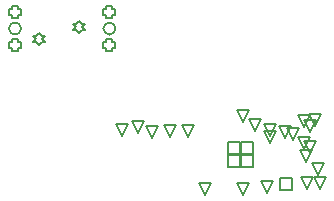
<source format=gbr>
%TF.GenerationSoftware,Altium Limited,Altium Designer,23.10.1 (27)*%
G04 Layer_Color=2752767*
%FSLAX45Y45*%
%MOMM*%
%TF.SameCoordinates,C732C167-A78C-4608-B65C-7F4C8643914A*%
%TF.FilePolarity,Positive*%
%TF.FileFunction,Drawing*%
%TF.Part,Single*%
G01*
G75*
%TA.AperFunction,NonConductor*%
%ADD60C,0.12700*%
%ADD61C,0.16933*%
D60*
X27467300Y3450600D02*
Y3425200D01*
X27518100D01*
Y3450600D01*
X27543500D01*
Y3501400D01*
X27518100D01*
Y3526800D01*
X27467300D01*
Y3501400D01*
X27441901D01*
Y3450600D01*
X27467300D01*
Y3164600D02*
Y3139200D01*
X27518100D01*
Y3164600D01*
X27543500D01*
Y3215400D01*
X27518100D01*
Y3240800D01*
X27467300D01*
Y3215400D01*
X27441901D01*
Y3164600D01*
X27467300D01*
X28267300D02*
Y3139200D01*
X28318100D01*
Y3164600D01*
X28343500D01*
Y3215400D01*
X28318100D01*
Y3240800D01*
X28267300D01*
Y3215400D01*
X28241901D01*
Y3164600D01*
X28267300D01*
Y3450600D02*
Y3425200D01*
X28318100D01*
Y3450600D01*
X28343500D01*
Y3501400D01*
X28318100D01*
Y3526800D01*
X28267300D01*
Y3501400D01*
X28241901D01*
Y3450600D01*
X28267300D01*
X29846399Y2389900D02*
X29795599Y2491500D01*
X29897198D01*
X29846399Y2389900D01*
X29655576Y2422905D02*
X29604776Y2524505D01*
X29706375D01*
X29655576Y2422905D01*
X29527005Y2461794D02*
X29476205Y2563394D01*
X29577805D01*
X29527005Y2461794D01*
X29778900Y2407700D02*
X29728101Y2509300D01*
X29829700D01*
X29778900Y2407700D01*
X29653601Y2362300D02*
X29602802Y2463900D01*
X29704401D01*
X29653601Y2362300D01*
X28533838Y2446439D02*
X28483038Y2548039D01*
X28584641D01*
X28533838Y2446439D01*
X28804547Y2411472D02*
X28753748Y2513072D01*
X28855347D01*
X28804547Y2411472D01*
X28959235D02*
X28908435Y2513072D01*
X29010037D01*
X28959235Y2411472D01*
X28655518Y2405813D02*
X28604718Y2507413D01*
X28706320D01*
X28655518Y2405813D01*
X28395200Y2422800D02*
X28344400Y2524400D01*
X28445999D01*
X28395200Y2422800D01*
X29955499Y2199900D02*
X29904700Y2301500D01*
X30006299D01*
X29955499Y2199900D01*
X29991901Y2282700D02*
X29941101Y2384300D01*
X30042700D01*
X29991901Y2282700D01*
X30060300Y2092600D02*
X30009500Y2194200D01*
X30111099D01*
X30060300Y2092600D01*
X30072101Y1976100D02*
X30021301Y2077700D01*
X30122900D01*
X30072101Y1976100D01*
X29969101Y1970100D02*
X29918301Y2071700D01*
X30019901D01*
X29969101Y1970100D01*
X29939200Y2311600D02*
X29888400Y2413200D01*
X29989999D01*
X29939200Y2311600D01*
X29941599Y2495100D02*
X29890799Y2596700D01*
X29992401D01*
X29941599Y2495100D01*
X30036600Y2510400D02*
X29985800Y2612000D01*
X30087399D01*
X30036600Y2510400D01*
X29987701Y2453700D02*
X29936899Y2555300D01*
X30038501D01*
X29987701Y2453700D01*
X29102399Y1919600D02*
X29051599Y2021200D01*
X29153201D01*
X29102399Y1919600D01*
X29426700Y2539700D02*
X29375900Y2641300D01*
X29477499D01*
X29426700Y2539700D01*
X29408200Y2273000D02*
Y2374600D01*
X29509799D01*
Y2273000D01*
X29408200D01*
Y2163000D02*
Y2264600D01*
X29509799D01*
Y2163000D01*
X29408200D01*
X29298199Y2273000D02*
Y2374600D01*
X29399799D01*
Y2273000D01*
X29298199D01*
Y2163000D02*
Y2264600D01*
X29399799D01*
Y2163000D01*
X29298199D01*
X29624301Y1938700D02*
X29573499Y2040300D01*
X29675101D01*
X29624301Y1938700D01*
X29421500Y1920100D02*
X29370700Y2021700D01*
X29472299D01*
X29421500Y1920100D01*
X29736899Y1967700D02*
Y2069300D01*
X29838501D01*
Y1967700D01*
X29736899D01*
X27697699Y3193700D02*
X27723099Y3219100D01*
X27748499D01*
X27723099Y3244500D01*
X27748499Y3269900D01*
X27723099D01*
X27697699Y3295300D01*
X27672299Y3269900D01*
X27646899D01*
X27672299Y3244500D01*
X27646899Y3219100D01*
X27672299D01*
X27697699Y3193700D01*
X28035468Y3298549D02*
X28060870Y3323949D01*
X28086270D01*
X28060870Y3349349D01*
X28086270Y3374749D01*
X28060870D01*
X28035468Y3400149D01*
X28010068Y3374749D01*
X27984668D01*
X28010068Y3349349D01*
X27984668Y3323949D01*
X28010068D01*
X28035468Y3298549D01*
D61*
X27543500Y3333000D02*
G03*
X27543500Y3333000I-50800J0D01*
G01*
X28343500D02*
G03*
X28343500Y3333000I-50800J0D01*
G01*
%TF.MD5,8dbf176567577adc3bce8372620ce32f*%
M02*

</source>
